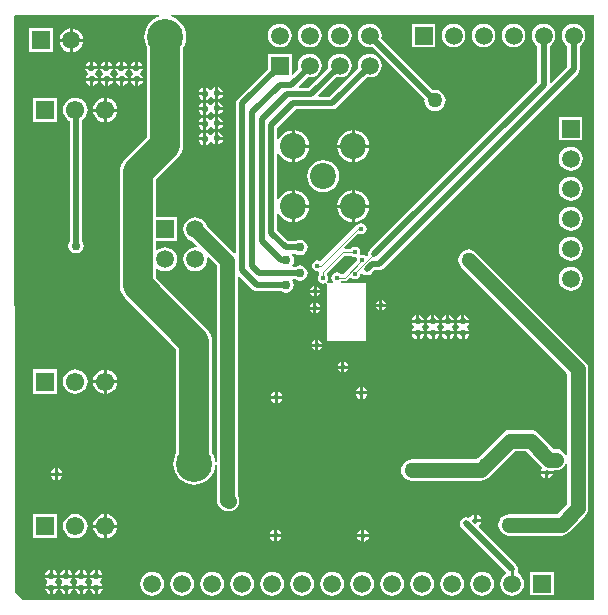
<source format=gbl>
G04*
G04 #@! TF.GenerationSoftware,Altium Limited,Altium Designer,18.0.11 (651)*
G04*
G04 Layer_Physical_Order=2*
G04 Layer_Color=16711680*
%FSLAX25Y25*%
%MOIN*%
G70*
G01*
G75*
%ADD13C,0.01000*%
%ADD50C,0.03000*%
%ADD55C,0.02000*%
%ADD56C,0.00300*%
%ADD57C,0.05000*%
%ADD58C,0.10000*%
%ADD59R,0.05906X0.05906*%
%ADD60C,0.05906*%
%ADD61C,0.08661*%
%ADD62R,0.05906X0.05906*%
%ADD63C,0.06102*%
%ADD64R,0.06102X0.06102*%
%ADD65C,0.02000*%
%ADD66C,0.05000*%
%ADD67C,0.01500*%
%ADD68C,0.02200*%
%ADD69C,0.12000*%
G36*
X196340Y-2600D02*
Y-197730D01*
X5960D01*
X3320Y-195090D01*
X3190Y-2944D01*
X3544Y-2590D01*
X51480D01*
X51555Y-3090D01*
X50758Y-3332D01*
X49542Y-3982D01*
X48476Y-4856D01*
X47602Y-5922D01*
X46951Y-7138D01*
X46551Y-8458D01*
X46416Y-9830D01*
X46551Y-11202D01*
X46951Y-12522D01*
X47421Y-13400D01*
Y-43343D01*
X40047Y-50717D01*
X39297Y-51630D01*
X38740Y-52673D01*
X38397Y-53804D01*
X38281Y-54980D01*
Y-92690D01*
X38397Y-93866D01*
X38740Y-94997D01*
X39297Y-96039D01*
X40047Y-96953D01*
X57081Y-113987D01*
Y-148590D01*
X56612Y-149468D01*
X56211Y-150788D01*
X56076Y-152160D01*
X56211Y-153532D01*
X56612Y-154852D01*
X57262Y-156068D01*
X58136Y-157134D01*
X59202Y-158008D01*
X60418Y-158658D01*
X61738Y-159059D01*
X63110Y-159194D01*
X64482Y-159059D01*
X65802Y-158658D01*
X67018Y-158008D01*
X68084Y-157134D01*
X68958Y-156068D01*
X69608Y-154852D01*
X70009Y-153532D01*
X70090Y-152709D01*
X70590Y-152734D01*
Y-164140D01*
X70710Y-165054D01*
X71063Y-165905D01*
X71624Y-166636D01*
X72054Y-167066D01*
X72785Y-167627D01*
X73636Y-167980D01*
X74550Y-168100D01*
X75464Y-167980D01*
X76315Y-167627D01*
X77046Y-167066D01*
X77607Y-166335D01*
X77960Y-165484D01*
X78080Y-164570D01*
X77960Y-163656D01*
X77650Y-162909D01*
Y-138422D01*
X77720Y-137890D01*
Y-89927D01*
X78182Y-89736D01*
X82568Y-94122D01*
X83230Y-94564D01*
X84010Y-94719D01*
X84261Y-94669D01*
X92252D01*
X92725Y-94985D01*
X93700Y-95179D01*
X94675Y-94985D01*
X95502Y-94432D01*
X96055Y-93605D01*
X96249Y-92630D01*
X96055Y-91654D01*
X95651Y-91049D01*
X95917Y-90549D01*
X96747D01*
X97355Y-90955D01*
X98330Y-91149D01*
X99305Y-90955D01*
X100132Y-90402D01*
X100685Y-89575D01*
X100879Y-88600D01*
X100685Y-87625D01*
X100132Y-86798D01*
X99305Y-86245D01*
X98330Y-86051D01*
X97355Y-86245D01*
X97017Y-86471D01*
X96027D01*
X95777Y-85971D01*
X96195Y-85345D01*
X96389Y-84370D01*
X96195Y-83394D01*
X95697Y-82649D01*
X95848Y-82149D01*
X96912D01*
X97385Y-82465D01*
X98360Y-82659D01*
X99335Y-82465D01*
X100162Y-81912D01*
X100715Y-81085D01*
X100909Y-80110D01*
X100715Y-79135D01*
X100162Y-78308D01*
X99335Y-77755D01*
X98360Y-77561D01*
X97385Y-77755D01*
X96912Y-78071D01*
X94525D01*
X90819Y-74365D01*
Y-68900D01*
X91319Y-68801D01*
X91413Y-69028D01*
X92268Y-70142D01*
X93381Y-70996D01*
X94678Y-71533D01*
X95570Y-71651D01*
Y-66340D01*
Y-61029D01*
X94678Y-61146D01*
X93381Y-61683D01*
X92268Y-62538D01*
X91413Y-63651D01*
X91319Y-63879D01*
X90819Y-63779D01*
Y-48900D01*
X91319Y-48801D01*
X91413Y-49028D01*
X92268Y-50142D01*
X93381Y-50996D01*
X94678Y-51533D01*
X95570Y-51651D01*
Y-46340D01*
Y-41029D01*
X94678Y-41146D01*
X93381Y-41683D01*
X92268Y-42538D01*
X91413Y-43651D01*
X91319Y-43879D01*
X90819Y-43779D01*
Y-40115D01*
X96965Y-33969D01*
X109094D01*
X109874Y-33814D01*
X110536Y-33372D01*
X120600Y-23307D01*
X121575Y-23436D01*
X122607Y-23300D01*
X123568Y-22901D01*
X124394Y-22268D01*
X125028Y-21442D01*
X125426Y-20481D01*
X125562Y-19449D01*
X125426Y-18417D01*
X125028Y-17455D01*
X124394Y-16630D01*
X123568Y-15996D01*
X122607Y-15598D01*
X121575Y-15462D01*
X120543Y-15598D01*
X119581Y-15996D01*
X118756Y-16630D01*
X118122Y-17455D01*
X117724Y-18417D01*
X117588Y-19449D01*
X117716Y-20424D01*
X108249Y-29891D01*
X104670D01*
X104479Y-29429D01*
X110600Y-23307D01*
X111575Y-23436D01*
X112607Y-23300D01*
X113568Y-22901D01*
X114394Y-22268D01*
X115027Y-21442D01*
X115426Y-20481D01*
X115562Y-19449D01*
X115426Y-18417D01*
X115027Y-17455D01*
X114394Y-16630D01*
X113568Y-15996D01*
X112607Y-15598D01*
X111575Y-15462D01*
X110543Y-15598D01*
X109581Y-15996D01*
X108756Y-16630D01*
X108122Y-17455D01*
X107724Y-18417D01*
X107588Y-19449D01*
X107716Y-20424D01*
X101339Y-26801D01*
X98116D01*
X97925Y-26339D01*
X100915Y-23349D01*
X101575Y-23436D01*
X102607Y-23300D01*
X103568Y-22901D01*
X104394Y-22268D01*
X105027Y-21442D01*
X105426Y-20481D01*
X105562Y-19449D01*
X105426Y-18417D01*
X105027Y-17455D01*
X104394Y-16630D01*
X103568Y-15996D01*
X102607Y-15598D01*
X101575Y-15462D01*
X100543Y-15598D01*
X99581Y-15996D01*
X98756Y-16630D01*
X98122Y-17455D01*
X97724Y-18417D01*
X97588Y-19449D01*
X97724Y-20481D01*
X97809Y-20687D01*
X95990Y-22507D01*
X95527Y-22315D01*
Y-15496D01*
X87622D01*
Y-20518D01*
X77608Y-30532D01*
X77166Y-31193D01*
X77011Y-31974D01*
Y-81841D01*
X76511Y-82048D01*
X67264Y-72801D01*
X66943Y-72027D01*
X66309Y-71201D01*
X65483Y-70567D01*
X64522Y-70169D01*
X63490Y-70033D01*
X62458Y-70169D01*
X61497Y-70567D01*
X60671Y-71201D01*
X60037Y-72027D01*
X59639Y-72988D01*
X59503Y-74020D01*
X59639Y-75052D01*
X60037Y-76013D01*
X60671Y-76839D01*
X61497Y-77473D01*
X62271Y-77794D01*
X64085Y-79607D01*
X63851Y-80081D01*
X63490Y-80033D01*
X62458Y-80169D01*
X61497Y-80567D01*
X60671Y-81201D01*
X60037Y-82027D01*
X59639Y-82988D01*
X59503Y-84020D01*
X59639Y-85052D01*
X60037Y-86013D01*
X60671Y-86839D01*
X61497Y-87473D01*
X62458Y-87871D01*
X63490Y-88007D01*
X64522Y-87871D01*
X65483Y-87473D01*
X66309Y-86839D01*
X66943Y-86013D01*
X67341Y-85052D01*
X67477Y-84020D01*
X67429Y-83659D01*
X67903Y-83425D01*
X70660Y-86182D01*
Y-137428D01*
X70590Y-137960D01*
Y-151586D01*
X70090Y-151611D01*
X70009Y-150788D01*
X69608Y-149468D01*
X69139Y-148590D01*
Y-111490D01*
X69023Y-110314D01*
X68680Y-109183D01*
X68123Y-108141D01*
X67373Y-107227D01*
X67373Y-107227D01*
X50339Y-90193D01*
Y-87188D01*
X50839Y-86968D01*
X51497Y-87473D01*
X52458Y-87871D01*
X53490Y-88007D01*
X54522Y-87871D01*
X55483Y-87473D01*
X56309Y-86839D01*
X56943Y-86013D01*
X57341Y-85052D01*
X57477Y-84020D01*
X57341Y-82988D01*
X56943Y-82027D01*
X56309Y-81201D01*
X55483Y-80567D01*
X54522Y-80169D01*
X53490Y-80033D01*
X52458Y-80169D01*
X51497Y-80567D01*
X50839Y-81072D01*
X50339Y-80852D01*
Y-77973D01*
X57443D01*
Y-70067D01*
X50339D01*
Y-57477D01*
X57713Y-50103D01*
X58463Y-49190D01*
X59020Y-48147D01*
X59363Y-47016D01*
X59479Y-45840D01*
Y-13400D01*
X59948Y-12522D01*
X60349Y-11202D01*
X60484Y-9830D01*
X60349Y-8458D01*
X59948Y-7138D01*
X59298Y-5922D01*
X58424Y-4856D01*
X57358Y-3982D01*
X56142Y-3332D01*
X55345Y-3090D01*
X55420Y-2590D01*
X196336D01*
X196340Y-2600D01*
D02*
G37*
%LPC*%
G36*
X22626Y-7103D02*
Y-10524D01*
X26047D01*
X25977Y-9992D01*
X25579Y-9030D01*
X24945Y-8204D01*
X24119Y-7571D01*
X23158Y-7173D01*
X22626Y-7103D01*
D02*
G37*
G36*
X21626D02*
X21094Y-7173D01*
X20133Y-7571D01*
X19307Y-8204D01*
X18673Y-9030D01*
X18275Y-9992D01*
X18205Y-10524D01*
X21626D01*
Y-7103D01*
D02*
G37*
G36*
X143480Y-5496D02*
X135575D01*
Y-13402D01*
X143480D01*
Y-5496D01*
D02*
G37*
G36*
X169528Y-5462D02*
X168496Y-5598D01*
X167534Y-5996D01*
X166708Y-6630D01*
X166075Y-7455D01*
X165676Y-8417D01*
X165541Y-9449D01*
X165676Y-10481D01*
X166075Y-11442D01*
X166708Y-12268D01*
X167534Y-12901D01*
X168496Y-13300D01*
X169528Y-13436D01*
X170559Y-13300D01*
X171521Y-12901D01*
X172347Y-12268D01*
X172980Y-11442D01*
X173379Y-10481D01*
X173514Y-9449D01*
X173379Y-8417D01*
X172980Y-7455D01*
X172347Y-6630D01*
X171521Y-5996D01*
X170559Y-5598D01*
X169528Y-5462D01*
D02*
G37*
G36*
X159528D02*
X158496Y-5598D01*
X157534Y-5996D01*
X156708Y-6630D01*
X156075Y-7455D01*
X155676Y-8417D01*
X155541Y-9449D01*
X155676Y-10481D01*
X156075Y-11442D01*
X156708Y-12268D01*
X157534Y-12901D01*
X158496Y-13300D01*
X159528Y-13436D01*
X160559Y-13300D01*
X161521Y-12901D01*
X162347Y-12268D01*
X162980Y-11442D01*
X163379Y-10481D01*
X163514Y-9449D01*
X163379Y-8417D01*
X162980Y-7455D01*
X162347Y-6630D01*
X161521Y-5996D01*
X160559Y-5598D01*
X159528Y-5462D01*
D02*
G37*
G36*
X149528D02*
X148496Y-5598D01*
X147534Y-5996D01*
X146708Y-6630D01*
X146075Y-7455D01*
X145677Y-8417D01*
X145541Y-9449D01*
X145677Y-10481D01*
X146075Y-11442D01*
X146708Y-12268D01*
X147534Y-12901D01*
X148496Y-13300D01*
X149528Y-13436D01*
X150559Y-13300D01*
X151521Y-12901D01*
X152347Y-12268D01*
X152980Y-11442D01*
X153379Y-10481D01*
X153514Y-9449D01*
X153379Y-8417D01*
X152980Y-7455D01*
X152347Y-6630D01*
X151521Y-5996D01*
X150559Y-5598D01*
X149528Y-5462D01*
D02*
G37*
G36*
X111575D02*
X110543Y-5598D01*
X109581Y-5996D01*
X108756Y-6630D01*
X108122Y-7455D01*
X107724Y-8417D01*
X107588Y-9449D01*
X107724Y-10481D01*
X108122Y-11442D01*
X108756Y-12268D01*
X109581Y-12901D01*
X110543Y-13300D01*
X111575Y-13436D01*
X112607Y-13300D01*
X113568Y-12901D01*
X114394Y-12268D01*
X115027Y-11442D01*
X115426Y-10481D01*
X115562Y-9449D01*
X115426Y-8417D01*
X115027Y-7455D01*
X114394Y-6630D01*
X113568Y-5996D01*
X112607Y-5598D01*
X111575Y-5462D01*
D02*
G37*
G36*
X101575D02*
X100543Y-5598D01*
X99581Y-5996D01*
X98756Y-6630D01*
X98122Y-7455D01*
X97724Y-8417D01*
X97588Y-9449D01*
X97724Y-10481D01*
X98122Y-11442D01*
X98756Y-12268D01*
X99581Y-12901D01*
X100543Y-13300D01*
X101575Y-13436D01*
X102607Y-13300D01*
X103568Y-12901D01*
X104394Y-12268D01*
X105027Y-11442D01*
X105426Y-10481D01*
X105562Y-9449D01*
X105426Y-8417D01*
X105027Y-7455D01*
X104394Y-6630D01*
X103568Y-5996D01*
X102607Y-5598D01*
X101575Y-5462D01*
D02*
G37*
G36*
X91575D02*
X90543Y-5598D01*
X89581Y-5996D01*
X88756Y-6630D01*
X88122Y-7455D01*
X87724Y-8417D01*
X87588Y-9449D01*
X87724Y-10481D01*
X88122Y-11442D01*
X88756Y-12268D01*
X89581Y-12901D01*
X90543Y-13300D01*
X91575Y-13436D01*
X92607Y-13300D01*
X93568Y-12901D01*
X94394Y-12268D01*
X95028Y-11442D01*
X95426Y-10481D01*
X95562Y-9449D01*
X95426Y-8417D01*
X95028Y-7455D01*
X94394Y-6630D01*
X93568Y-5996D01*
X92607Y-5598D01*
X91575Y-5462D01*
D02*
G37*
G36*
X26047Y-11524D02*
X22626D01*
Y-14945D01*
X23158Y-14875D01*
X24119Y-14476D01*
X24945Y-13843D01*
X25579Y-13017D01*
X25977Y-12055D01*
X26047Y-11524D01*
D02*
G37*
G36*
X21626D02*
X18205D01*
X18275Y-12055D01*
X18673Y-13017D01*
X19307Y-13843D01*
X20133Y-14476D01*
X21094Y-14875D01*
X21626Y-14945D01*
Y-11524D01*
D02*
G37*
G36*
X16079Y-7071D02*
X8173D01*
Y-14976D01*
X16079D01*
Y-7071D01*
D02*
G37*
G36*
X44340Y-18118D02*
Y-19660D01*
X45882D01*
X45818Y-19341D01*
X45354Y-18646D01*
X44659Y-18182D01*
X44340Y-18118D01*
D02*
G37*
G36*
X43340D02*
X43021Y-18182D01*
X42326Y-18646D01*
X41862Y-19341D01*
X41798Y-19660D01*
X43340D01*
Y-18118D01*
D02*
G37*
G36*
X39340D02*
Y-19660D01*
X40882D01*
X40818Y-19341D01*
X40354Y-18646D01*
X39659Y-18182D01*
X39340Y-18118D01*
D02*
G37*
G36*
X38340D02*
X38021Y-18182D01*
X37326Y-18646D01*
X36862Y-19341D01*
X36798Y-19660D01*
X38340D01*
Y-18118D01*
D02*
G37*
G36*
X34340D02*
Y-19660D01*
X35882D01*
X35818Y-19341D01*
X35354Y-18646D01*
X34659Y-18182D01*
X34340Y-18118D01*
D02*
G37*
G36*
X33340D02*
X33021Y-18182D01*
X32326Y-18646D01*
X31862Y-19341D01*
X31798Y-19660D01*
X33340D01*
Y-18118D01*
D02*
G37*
G36*
X29340D02*
Y-19660D01*
X30882D01*
X30818Y-19341D01*
X30354Y-18646D01*
X29659Y-18182D01*
X29340Y-18118D01*
D02*
G37*
G36*
X28340D02*
X28021Y-18182D01*
X27326Y-18646D01*
X26862Y-19341D01*
X26798Y-19660D01*
X28340D01*
Y-18118D01*
D02*
G37*
G36*
X45882Y-20660D02*
X41798D01*
X41862Y-20979D01*
X42326Y-21674D01*
X42611Y-21864D01*
Y-22466D01*
X42416Y-22596D01*
X41952Y-23291D01*
X41888Y-23610D01*
X45972D01*
X45908Y-23291D01*
X45444Y-22596D01*
X45159Y-22406D01*
Y-21804D01*
X45354Y-21674D01*
X45818Y-20979D01*
X45882Y-20660D01*
D02*
G37*
G36*
X40882D02*
X36798D01*
X36862Y-20979D01*
X37326Y-21674D01*
X37611Y-21864D01*
Y-22466D01*
X37416Y-22596D01*
X36952Y-23291D01*
X36888Y-23610D01*
X40972D01*
X40908Y-23291D01*
X40444Y-22596D01*
X40159Y-22406D01*
Y-21804D01*
X40354Y-21674D01*
X40818Y-20979D01*
X40882Y-20660D01*
D02*
G37*
G36*
X35882D02*
X31798D01*
X31862Y-20979D01*
X32326Y-21674D01*
X32611Y-21864D01*
Y-22466D01*
X32416Y-22596D01*
X31952Y-23291D01*
X31888Y-23610D01*
X35972D01*
X35908Y-23291D01*
X35444Y-22596D01*
X35159Y-22406D01*
Y-21804D01*
X35354Y-21674D01*
X35818Y-20979D01*
X35882Y-20660D01*
D02*
G37*
G36*
X30882D02*
X26798D01*
X26862Y-20979D01*
X27326Y-21674D01*
X27611Y-21864D01*
Y-22466D01*
X27416Y-22596D01*
X26952Y-23291D01*
X26888Y-23610D01*
X30972D01*
X30908Y-23291D01*
X30444Y-22596D01*
X30159Y-22406D01*
Y-21804D01*
X30354Y-21674D01*
X30818Y-20979D01*
X30882Y-20660D01*
D02*
G37*
G36*
X189528Y-5462D02*
X188496Y-5598D01*
X187534Y-5996D01*
X186708Y-6630D01*
X186075Y-7455D01*
X185677Y-8417D01*
X185541Y-9449D01*
X185677Y-10481D01*
X186075Y-11442D01*
X186708Y-12268D01*
X187488Y-12866D01*
Y-19888D01*
X182029Y-25348D01*
X181567Y-25156D01*
Y-12866D01*
X182347Y-12268D01*
X182980Y-11442D01*
X183379Y-10481D01*
X183514Y-9449D01*
X183379Y-8417D01*
X182980Y-7455D01*
X182347Y-6630D01*
X181521Y-5996D01*
X180559Y-5598D01*
X179528Y-5462D01*
X178496Y-5598D01*
X177534Y-5996D01*
X176708Y-6630D01*
X176075Y-7455D01*
X175677Y-8417D01*
X175541Y-9449D01*
X175677Y-10481D01*
X176075Y-11442D01*
X176708Y-12268D01*
X177488Y-12866D01*
Y-25038D01*
X121809Y-80717D01*
X121628Y-80838D01*
X121186Y-81500D01*
X121031Y-82280D01*
X121104Y-82648D01*
X120707Y-83044D01*
X120342Y-83008D01*
X119763Y-82622D01*
X119080Y-82486D01*
X118690Y-82563D01*
X118607Y-82514D01*
X118305Y-82130D01*
X118404Y-81630D01*
X118269Y-80947D01*
X117882Y-80368D01*
X117303Y-79981D01*
X116620Y-79846D01*
X115937Y-79981D01*
X115358Y-80368D01*
X115299Y-80458D01*
X113334D01*
X113143Y-79996D01*
X117833Y-75305D01*
X118077Y-75468D01*
X118760Y-75604D01*
X119443Y-75468D01*
X120022Y-75082D01*
X120408Y-74503D01*
X120544Y-73820D01*
X120408Y-73137D01*
X120022Y-72558D01*
X119443Y-72171D01*
X118760Y-72036D01*
X118077Y-72171D01*
X117498Y-72558D01*
X117405Y-72698D01*
X117211Y-72737D01*
X116831Y-72991D01*
X105129Y-84693D01*
X104843Y-84501D01*
X104160Y-84366D01*
X103477Y-84501D01*
X102898Y-84888D01*
X102512Y-85467D01*
X102376Y-86150D01*
X102512Y-86833D01*
X102898Y-87412D01*
X103477Y-87799D01*
X104160Y-87934D01*
X104392Y-87888D01*
X104817Y-88310D01*
Y-89059D01*
X104728Y-89118D01*
X104341Y-89697D01*
X104206Y-90380D01*
X104341Y-91063D01*
X104728Y-91642D01*
X105307Y-92028D01*
X105990Y-92164D01*
X106673Y-92028D01*
X106775Y-91961D01*
X107250Y-92244D01*
X107250Y-92394D01*
X107240Y-110802D01*
X107240Y-111090D01*
X107390Y-111240D01*
X107678Y-111240D01*
X120280D01*
Y-92051D01*
X120249Y-92020D01*
X112207D01*
X111972Y-91520D01*
X112135Y-91322D01*
X113200D01*
X113649Y-91233D01*
X114029Y-90979D01*
X114929Y-90080D01*
X115426Y-90129D01*
X115448Y-90162D01*
X116027Y-90548D01*
X116710Y-90684D01*
X117393Y-90548D01*
X117972Y-90162D01*
X118359Y-89583D01*
X118494Y-88900D01*
X118652Y-88762D01*
X119168Y-88672D01*
X119830Y-89114D01*
X120610Y-89269D01*
X120790D01*
X121570Y-89114D01*
X122232Y-88672D01*
X123165Y-87739D01*
X124560D01*
X125340Y-87584D01*
X126002Y-87142D01*
X190970Y-22174D01*
X190970Y-22174D01*
X191411Y-21513D01*
X191567Y-20732D01*
Y-12866D01*
X192347Y-12268D01*
X192980Y-11442D01*
X193379Y-10481D01*
X193514Y-9449D01*
X193379Y-8417D01*
X192980Y-7455D01*
X192347Y-6630D01*
X191521Y-5996D01*
X190559Y-5598D01*
X189528Y-5462D01*
D02*
G37*
G36*
X45972Y-24610D02*
X44430D01*
Y-26152D01*
X44749Y-26088D01*
X45444Y-25624D01*
X45908Y-24929D01*
X45972Y-24610D01*
D02*
G37*
G36*
X43430D02*
X41888D01*
X41952Y-24929D01*
X42416Y-25624D01*
X43111Y-26088D01*
X43430Y-26152D01*
Y-24610D01*
D02*
G37*
G36*
X40972D02*
X39430D01*
Y-26152D01*
X39749Y-26088D01*
X40444Y-25624D01*
X40908Y-24929D01*
X40972Y-24610D01*
D02*
G37*
G36*
X38430D02*
X36888D01*
X36952Y-24929D01*
X37416Y-25624D01*
X38111Y-26088D01*
X38430Y-26152D01*
Y-24610D01*
D02*
G37*
G36*
X35972D02*
X34430D01*
Y-26152D01*
X34749Y-26088D01*
X35444Y-25624D01*
X35908Y-24929D01*
X35972Y-24610D01*
D02*
G37*
G36*
X33430D02*
X31888D01*
X31952Y-24929D01*
X32416Y-25624D01*
X33111Y-26088D01*
X33430Y-26152D01*
Y-24610D01*
D02*
G37*
G36*
X30972D02*
X29430D01*
Y-26152D01*
X29749Y-26088D01*
X30444Y-25624D01*
X30908Y-24929D01*
X30972Y-24610D01*
D02*
G37*
G36*
X28430D02*
X26888D01*
X26952Y-24929D01*
X27416Y-25624D01*
X28111Y-26088D01*
X28430Y-26152D01*
Y-24610D01*
D02*
G37*
G36*
X70090Y-26668D02*
X69771Y-26732D01*
X69076Y-27196D01*
X68886Y-27481D01*
X68284D01*
X68154Y-27286D01*
X67459Y-26822D01*
X67140Y-26758D01*
Y-28800D01*
Y-30842D01*
X67459Y-30778D01*
X68154Y-30314D01*
X68344Y-30029D01*
X68946D01*
X69076Y-30224D01*
X69771Y-30688D01*
X70090Y-30752D01*
Y-28710D01*
Y-26668D01*
D02*
G37*
G36*
X71090D02*
Y-28210D01*
X72632D01*
X72568Y-27891D01*
X72104Y-27196D01*
X71409Y-26732D01*
X71090Y-26668D01*
D02*
G37*
G36*
X66140Y-26758D02*
X65821Y-26822D01*
X65126Y-27286D01*
X64662Y-27981D01*
X64598Y-28300D01*
X66140D01*
Y-26758D01*
D02*
G37*
G36*
X72632Y-29210D02*
X71090D01*
Y-30752D01*
X71409Y-30688D01*
X72104Y-30224D01*
X72568Y-29529D01*
X72632Y-29210D01*
D02*
G37*
G36*
X66140Y-29300D02*
X64598D01*
X64662Y-29619D01*
X65126Y-30314D01*
X65821Y-30778D01*
X66140Y-30842D01*
Y-29300D01*
D02*
G37*
G36*
X70090Y-31668D02*
X69771Y-31732D01*
X69076Y-32196D01*
X68886Y-32481D01*
X68284D01*
X68154Y-32286D01*
X67459Y-31822D01*
X67140Y-31758D01*
Y-33800D01*
Y-35842D01*
X67459Y-35778D01*
X68154Y-35314D01*
X68344Y-35029D01*
X68946D01*
X69076Y-35224D01*
X69771Y-35688D01*
X70090Y-35752D01*
Y-33710D01*
Y-31668D01*
D02*
G37*
G36*
X71090D02*
Y-33210D01*
X72632D01*
X72568Y-32891D01*
X72104Y-32196D01*
X71409Y-31732D01*
X71090Y-31668D01*
D02*
G37*
G36*
X66140Y-31758D02*
X65821Y-31822D01*
X65126Y-32286D01*
X64662Y-32981D01*
X64598Y-33300D01*
X66140D01*
Y-31758D01*
D02*
G37*
G36*
X33965Y-30270D02*
Y-33790D01*
X37485D01*
X37411Y-33232D01*
X37003Y-32247D01*
X36354Y-31401D01*
X35508Y-30751D01*
X34522Y-30343D01*
X33965Y-30270D01*
D02*
G37*
G36*
X32965D02*
X32407Y-30343D01*
X31422Y-30751D01*
X30575Y-31401D01*
X29926Y-32247D01*
X29518Y-33232D01*
X29444Y-33790D01*
X32965D01*
Y-30270D01*
D02*
G37*
G36*
X121575Y-5462D02*
X120543Y-5598D01*
X119581Y-5996D01*
X118756Y-6630D01*
X118122Y-7455D01*
X117724Y-8417D01*
X117588Y-9449D01*
X117724Y-10481D01*
X118122Y-11442D01*
X118756Y-12268D01*
X119581Y-12901D01*
X120543Y-13300D01*
X121575Y-13436D01*
X122549Y-13307D01*
X139867Y-30625D01*
X139810Y-31060D01*
X139930Y-31974D01*
X140283Y-32825D01*
X140844Y-33556D01*
X141575Y-34117D01*
X142426Y-34470D01*
X143340Y-34590D01*
X144254Y-34470D01*
X145105Y-34117D01*
X145836Y-33556D01*
X146397Y-32825D01*
X146750Y-31974D01*
X146870Y-31060D01*
X146750Y-30146D01*
X146397Y-29295D01*
X145836Y-28564D01*
X145105Y-28003D01*
X144254Y-27650D01*
X143340Y-27530D01*
X142633Y-27623D01*
X125433Y-10424D01*
X125562Y-9449D01*
X125426Y-8417D01*
X125028Y-7455D01*
X124394Y-6630D01*
X123568Y-5996D01*
X122607Y-5598D01*
X121575Y-5462D01*
D02*
G37*
G36*
X72632Y-34210D02*
X71090D01*
Y-35752D01*
X71409Y-35688D01*
X72104Y-35224D01*
X72568Y-34529D01*
X72632Y-34210D01*
D02*
G37*
G36*
X66140Y-34300D02*
X64598D01*
X64662Y-34619D01*
X65126Y-35314D01*
X65821Y-35778D01*
X66140Y-35842D01*
Y-34300D01*
D02*
G37*
G36*
X70090Y-36668D02*
X69771Y-36732D01*
X69076Y-37196D01*
X68886Y-37481D01*
X68284D01*
X68154Y-37286D01*
X67459Y-36822D01*
X67140Y-36758D01*
Y-38800D01*
Y-40842D01*
X67459Y-40778D01*
X68154Y-40314D01*
X68344Y-40029D01*
X68946D01*
X69076Y-40224D01*
X69771Y-40688D01*
X70090Y-40752D01*
Y-38710D01*
Y-36668D01*
D02*
G37*
G36*
X71090D02*
Y-38210D01*
X72632D01*
X72568Y-37891D01*
X72104Y-37196D01*
X71409Y-36732D01*
X71090Y-36668D01*
D02*
G37*
G36*
X66140Y-36758D02*
X65821Y-36822D01*
X65126Y-37286D01*
X64662Y-37981D01*
X64598Y-38300D01*
X66140D01*
Y-36758D01*
D02*
G37*
G36*
X37485Y-34790D02*
X33965D01*
Y-38310D01*
X34522Y-38237D01*
X35508Y-37829D01*
X36354Y-37179D01*
X37003Y-36333D01*
X37411Y-35348D01*
X37485Y-34790D01*
D02*
G37*
G36*
X32965D02*
X29444D01*
X29518Y-35348D01*
X29926Y-36333D01*
X30575Y-37179D01*
X31422Y-37829D01*
X32407Y-38237D01*
X32965Y-38310D01*
Y-34790D01*
D02*
G37*
G36*
X17516Y-30239D02*
X9413D01*
Y-38341D01*
X17516D01*
Y-30239D01*
D02*
G37*
G36*
X72632Y-39210D02*
X71090D01*
Y-40752D01*
X71409Y-40688D01*
X72104Y-40224D01*
X72568Y-39529D01*
X72632Y-39210D01*
D02*
G37*
G36*
X66140Y-39300D02*
X64598D01*
X64662Y-39619D01*
X65126Y-40314D01*
X65821Y-40778D01*
X66140Y-40842D01*
Y-39300D01*
D02*
G37*
G36*
X70090Y-41668D02*
X69771Y-41732D01*
X69076Y-42196D01*
X68886Y-42481D01*
X68284D01*
X68154Y-42286D01*
X67459Y-41822D01*
X67140Y-41758D01*
Y-43800D01*
Y-45842D01*
X67459Y-45778D01*
X68154Y-45314D01*
X68344Y-45029D01*
X68946D01*
X69076Y-45224D01*
X69771Y-45688D01*
X70090Y-45752D01*
Y-43710D01*
Y-41668D01*
D02*
G37*
G36*
X71090D02*
Y-43210D01*
X72632D01*
X72568Y-42891D01*
X72104Y-42196D01*
X71409Y-41732D01*
X71090Y-41668D01*
D02*
G37*
G36*
X66140Y-41758D02*
X65821Y-41822D01*
X65126Y-42286D01*
X64662Y-42981D01*
X64598Y-43300D01*
X66140D01*
Y-41758D01*
D02*
G37*
G36*
X192523Y-36520D02*
X184617D01*
Y-44425D01*
X192523D01*
Y-36520D01*
D02*
G37*
G36*
X72632Y-44210D02*
X71090D01*
Y-45752D01*
X71409Y-45688D01*
X72104Y-45224D01*
X72568Y-44529D01*
X72632Y-44210D01*
D02*
G37*
G36*
X116570Y-41029D02*
Y-45840D01*
X121381D01*
X121263Y-44948D01*
X120726Y-43651D01*
X119872Y-42538D01*
X118758Y-41683D01*
X117461Y-41146D01*
X116570Y-41029D01*
D02*
G37*
G36*
X96570D02*
Y-45840D01*
X101381D01*
X101263Y-44948D01*
X100726Y-43651D01*
X99872Y-42538D01*
X98758Y-41683D01*
X97461Y-41146D01*
X96570Y-41029D01*
D02*
G37*
G36*
X115570D02*
X114678Y-41146D01*
X113381Y-41683D01*
X112268Y-42538D01*
X111413Y-43651D01*
X110876Y-44948D01*
X110759Y-45840D01*
X115570D01*
Y-41029D01*
D02*
G37*
G36*
X66140Y-44300D02*
X64598D01*
X64662Y-44619D01*
X65126Y-45314D01*
X65821Y-45778D01*
X66140Y-45842D01*
Y-44300D01*
D02*
G37*
G36*
X121381Y-46840D02*
X116570D01*
Y-51651D01*
X117461Y-51533D01*
X118758Y-50996D01*
X119872Y-50142D01*
X120726Y-49028D01*
X121263Y-47731D01*
X121381Y-46840D01*
D02*
G37*
G36*
X101381D02*
X96570D01*
Y-51651D01*
X97461Y-51533D01*
X98758Y-50996D01*
X99872Y-50142D01*
X100726Y-49028D01*
X101263Y-47731D01*
X101381Y-46840D01*
D02*
G37*
G36*
X115570D02*
X110759D01*
X110876Y-47731D01*
X111413Y-49028D01*
X112268Y-50142D01*
X113381Y-50996D01*
X114678Y-51533D01*
X115570Y-51651D01*
Y-46840D01*
D02*
G37*
G36*
X188570Y-46486D02*
X187538Y-46621D01*
X186577Y-47020D01*
X185751Y-47653D01*
X185117Y-48479D01*
X184719Y-49441D01*
X184583Y-50472D01*
X184719Y-51504D01*
X185117Y-52466D01*
X185751Y-53292D01*
X186577Y-53925D01*
X187538Y-54324D01*
X188570Y-54459D01*
X189602Y-54324D01*
X190563Y-53925D01*
X191389Y-53292D01*
X192023Y-52466D01*
X192421Y-51504D01*
X192557Y-50472D01*
X192421Y-49441D01*
X192023Y-48479D01*
X191389Y-47653D01*
X190563Y-47020D01*
X189602Y-46621D01*
X188570Y-46486D01*
D02*
G37*
G36*
X106070Y-50963D02*
X104678Y-51147D01*
X103382Y-51684D01*
X102268Y-52538D01*
X101414Y-53652D01*
X100876Y-54948D01*
X100693Y-56340D01*
X100876Y-57732D01*
X101414Y-59028D01*
X102268Y-60142D01*
X103382Y-60996D01*
X104678Y-61533D01*
X106070Y-61717D01*
X107462Y-61533D01*
X108758Y-60996D01*
X109872Y-60142D01*
X110726Y-59028D01*
X111264Y-57732D01*
X111447Y-56340D01*
X111264Y-54948D01*
X110726Y-53652D01*
X109872Y-52538D01*
X108758Y-51684D01*
X107462Y-51147D01*
X106070Y-50963D01*
D02*
G37*
G36*
X188570Y-56486D02*
X187538Y-56621D01*
X186577Y-57020D01*
X185751Y-57653D01*
X185117Y-58479D01*
X184719Y-59441D01*
X184583Y-60472D01*
X184719Y-61504D01*
X185117Y-62466D01*
X185751Y-63292D01*
X186577Y-63925D01*
X187538Y-64324D01*
X188570Y-64459D01*
X189602Y-64324D01*
X190563Y-63925D01*
X191389Y-63292D01*
X192023Y-62466D01*
X192421Y-61504D01*
X192557Y-60472D01*
X192421Y-59441D01*
X192023Y-58479D01*
X191389Y-57653D01*
X190563Y-57020D01*
X189602Y-56621D01*
X188570Y-56486D01*
D02*
G37*
G36*
X96570Y-61029D02*
Y-65840D01*
X101381D01*
X101263Y-64948D01*
X100726Y-63651D01*
X99872Y-62538D01*
X98758Y-61683D01*
X97461Y-61146D01*
X96570Y-61029D01*
D02*
G37*
G36*
X116570D02*
Y-65840D01*
X121381D01*
X121263Y-64948D01*
X120726Y-63651D01*
X119872Y-62538D01*
X118758Y-61683D01*
X117461Y-61146D01*
X116570Y-61029D01*
D02*
G37*
G36*
X115570D02*
X114678Y-61146D01*
X113381Y-61683D01*
X112268Y-62538D01*
X111413Y-63651D01*
X110876Y-64948D01*
X110759Y-65840D01*
X115570D01*
Y-61029D01*
D02*
G37*
G36*
X121381Y-66840D02*
X116570D01*
Y-71651D01*
X117461Y-71533D01*
X118758Y-70996D01*
X119872Y-70142D01*
X120726Y-69028D01*
X121263Y-67731D01*
X121381Y-66840D01*
D02*
G37*
G36*
X101381D02*
X96570D01*
Y-71651D01*
X97461Y-71533D01*
X98758Y-70996D01*
X99872Y-70142D01*
X100726Y-69028D01*
X101263Y-67731D01*
X101381Y-66840D01*
D02*
G37*
G36*
X115570D02*
X110759D01*
X110876Y-67731D01*
X111413Y-69028D01*
X112268Y-70142D01*
X113381Y-70996D01*
X114678Y-71533D01*
X115570Y-71651D01*
Y-66840D01*
D02*
G37*
G36*
X188570Y-66486D02*
X187538Y-66621D01*
X186577Y-67020D01*
X185751Y-67653D01*
X185117Y-68479D01*
X184719Y-69441D01*
X184583Y-70472D01*
X184719Y-71504D01*
X185117Y-72466D01*
X185751Y-73292D01*
X186577Y-73925D01*
X187538Y-74323D01*
X188570Y-74459D01*
X189602Y-74323D01*
X190563Y-73925D01*
X191389Y-73292D01*
X192023Y-72466D01*
X192421Y-71504D01*
X192557Y-70472D01*
X192421Y-69441D01*
X192023Y-68479D01*
X191389Y-67653D01*
X190563Y-67020D01*
X189602Y-66621D01*
X188570Y-66486D01*
D02*
G37*
G36*
X23465Y-30204D02*
X22407Y-30343D01*
X21421Y-30751D01*
X20575Y-31401D01*
X19926Y-32247D01*
X19518Y-33232D01*
X19378Y-34290D01*
X19518Y-35348D01*
X19926Y-36333D01*
X20575Y-37179D01*
X21421Y-37829D01*
X21701Y-37944D01*
Y-78042D01*
X21385Y-78514D01*
X21191Y-79490D01*
X21385Y-80465D01*
X21938Y-81292D01*
X22764Y-81845D01*
X23740Y-82039D01*
X24715Y-81845D01*
X25542Y-81292D01*
X26095Y-80465D01*
X26289Y-79490D01*
X26095Y-78514D01*
X25779Y-78042D01*
Y-37620D01*
X26354Y-37179D01*
X27003Y-36333D01*
X27411Y-35348D01*
X27551Y-34290D01*
X27411Y-33232D01*
X27003Y-32247D01*
X26354Y-31401D01*
X25508Y-30751D01*
X24522Y-30343D01*
X23465Y-30204D01*
D02*
G37*
G36*
X188570Y-76486D02*
X187538Y-76621D01*
X186577Y-77020D01*
X185751Y-77653D01*
X185117Y-78479D01*
X184719Y-79441D01*
X184583Y-80472D01*
X184719Y-81504D01*
X185117Y-82466D01*
X185751Y-83292D01*
X186577Y-83925D01*
X187538Y-84324D01*
X188570Y-84459D01*
X189602Y-84324D01*
X190563Y-83925D01*
X191389Y-83292D01*
X192023Y-82466D01*
X192421Y-81504D01*
X192557Y-80472D01*
X192421Y-79441D01*
X192023Y-78479D01*
X191389Y-77653D01*
X190563Y-77020D01*
X189602Y-76621D01*
X188570Y-76486D01*
D02*
G37*
G36*
X103980Y-93035D02*
Y-94220D01*
X105165D01*
X105129Y-94037D01*
X104742Y-93458D01*
X104163Y-93072D01*
X103980Y-93035D01*
D02*
G37*
G36*
X102980D02*
X102797Y-93072D01*
X102218Y-93458D01*
X101831Y-94037D01*
X101795Y-94220D01*
X102980D01*
Y-93035D01*
D02*
G37*
G36*
X188570Y-86486D02*
X187538Y-86621D01*
X186577Y-87020D01*
X185751Y-87653D01*
X185117Y-88479D01*
X184719Y-89441D01*
X184583Y-90472D01*
X184719Y-91504D01*
X185117Y-92466D01*
X185751Y-93292D01*
X186577Y-93925D01*
X187538Y-94323D01*
X188570Y-94459D01*
X189602Y-94323D01*
X190563Y-93925D01*
X191389Y-93292D01*
X192023Y-92466D01*
X192421Y-91504D01*
X192557Y-90472D01*
X192421Y-89441D01*
X192023Y-88479D01*
X191389Y-87653D01*
X190563Y-87020D01*
X189602Y-86621D01*
X188570Y-86486D01*
D02*
G37*
G36*
X105165Y-95220D02*
X103980D01*
Y-96405D01*
X104163Y-96368D01*
X104742Y-95982D01*
X105129Y-95403D01*
X105165Y-95220D01*
D02*
G37*
G36*
X102980D02*
X101795D01*
X101831Y-95403D01*
X102218Y-95982D01*
X102797Y-96368D01*
X102980Y-96405D01*
Y-95220D01*
D02*
G37*
G36*
X125750Y-97725D02*
Y-98910D01*
X126935D01*
X126899Y-98727D01*
X126512Y-98148D01*
X125933Y-97761D01*
X125750Y-97725D01*
D02*
G37*
G36*
X124750D02*
X124567Y-97761D01*
X123988Y-98148D01*
X123601Y-98727D01*
X123565Y-98910D01*
X124750D01*
Y-97725D01*
D02*
G37*
G36*
X103800Y-98605D02*
Y-99790D01*
X104985D01*
X104948Y-99607D01*
X104562Y-99028D01*
X103983Y-98642D01*
X103800Y-98605D01*
D02*
G37*
G36*
X102800D02*
X102617Y-98642D01*
X102038Y-99028D01*
X101652Y-99607D01*
X101615Y-99790D01*
X102800D01*
Y-98605D01*
D02*
G37*
G36*
X126935Y-99910D02*
X125750D01*
Y-101095D01*
X125933Y-101058D01*
X126512Y-100672D01*
X126899Y-100093D01*
X126935Y-99910D01*
D02*
G37*
G36*
X124750D02*
X123565D01*
X123601Y-100093D01*
X123988Y-100672D01*
X124567Y-101058D01*
X124750Y-101095D01*
Y-99910D01*
D02*
G37*
G36*
X104985Y-100790D02*
X103800D01*
Y-101975D01*
X103983Y-101938D01*
X104562Y-101552D01*
X104948Y-100973D01*
X104985Y-100790D01*
D02*
G37*
G36*
X102800D02*
X101615D01*
X101652Y-100973D01*
X102038Y-101552D01*
X102617Y-101938D01*
X102800Y-101975D01*
Y-100790D01*
D02*
G37*
G36*
X153110Y-102618D02*
Y-104160D01*
X154652D01*
X154588Y-103841D01*
X154124Y-103146D01*
X153429Y-102682D01*
X153110Y-102618D01*
D02*
G37*
G36*
X152110D02*
X151791Y-102682D01*
X151096Y-103146D01*
X150632Y-103841D01*
X150568Y-104160D01*
X152110D01*
Y-102618D01*
D02*
G37*
G36*
X148110D02*
Y-104160D01*
X149652D01*
X149588Y-103841D01*
X149124Y-103146D01*
X148429Y-102682D01*
X148110Y-102618D01*
D02*
G37*
G36*
X147110D02*
X146791Y-102682D01*
X146096Y-103146D01*
X145632Y-103841D01*
X145568Y-104160D01*
X147110D01*
Y-102618D01*
D02*
G37*
G36*
X143110D02*
Y-104160D01*
X144652D01*
X144588Y-103841D01*
X144124Y-103146D01*
X143429Y-102682D01*
X143110Y-102618D01*
D02*
G37*
G36*
X142110D02*
X141791Y-102682D01*
X141096Y-103146D01*
X140632Y-103841D01*
X140568Y-104160D01*
X142110D01*
Y-102618D01*
D02*
G37*
G36*
X138110D02*
Y-104160D01*
X139652D01*
X139588Y-103841D01*
X139124Y-103146D01*
X138429Y-102682D01*
X138110Y-102618D01*
D02*
G37*
G36*
X137110D02*
X136791Y-102682D01*
X136096Y-103146D01*
X135632Y-103841D01*
X135568Y-104160D01*
X137110D01*
Y-102618D01*
D02*
G37*
G36*
X154652Y-105160D02*
X150568D01*
X150632Y-105479D01*
X151096Y-106174D01*
X151381Y-106364D01*
Y-106966D01*
X151186Y-107096D01*
X150722Y-107791D01*
X150658Y-108110D01*
X154742D01*
X154678Y-107791D01*
X154214Y-107096D01*
X153929Y-106906D01*
Y-106304D01*
X154124Y-106174D01*
X154588Y-105479D01*
X154652Y-105160D01*
D02*
G37*
G36*
X149652D02*
X145568D01*
X145632Y-105479D01*
X146096Y-106174D01*
X146381Y-106364D01*
Y-106966D01*
X146186Y-107096D01*
X145722Y-107791D01*
X145658Y-108110D01*
X149742D01*
X149678Y-107791D01*
X149214Y-107096D01*
X148929Y-106906D01*
Y-106304D01*
X149124Y-106174D01*
X149588Y-105479D01*
X149652Y-105160D01*
D02*
G37*
G36*
X144652D02*
X140568D01*
X140632Y-105479D01*
X141096Y-106174D01*
X141381Y-106364D01*
Y-106966D01*
X141186Y-107096D01*
X140722Y-107791D01*
X140658Y-108110D01*
X144742D01*
X144678Y-107791D01*
X144214Y-107096D01*
X143929Y-106906D01*
Y-106304D01*
X144124Y-106174D01*
X144588Y-105479D01*
X144652Y-105160D01*
D02*
G37*
G36*
X139652D02*
X135568D01*
X135632Y-105479D01*
X136096Y-106174D01*
X136381Y-106364D01*
Y-106966D01*
X136186Y-107096D01*
X135722Y-107791D01*
X135658Y-108110D01*
X139742D01*
X139678Y-107791D01*
X139214Y-107096D01*
X138929Y-106906D01*
Y-106304D01*
X139124Y-106174D01*
X139588Y-105479D01*
X139652Y-105160D01*
D02*
G37*
G36*
X154742Y-109110D02*
X153200D01*
Y-110652D01*
X153519Y-110588D01*
X154214Y-110124D01*
X154678Y-109429D01*
X154742Y-109110D01*
D02*
G37*
G36*
X152200D02*
X150658D01*
X150722Y-109429D01*
X151186Y-110124D01*
X151881Y-110588D01*
X152200Y-110652D01*
Y-109110D01*
D02*
G37*
G36*
X149742D02*
X148200D01*
Y-110652D01*
X148519Y-110588D01*
X149214Y-110124D01*
X149678Y-109429D01*
X149742Y-109110D01*
D02*
G37*
G36*
X147200D02*
X145658D01*
X145722Y-109429D01*
X146186Y-110124D01*
X146881Y-110588D01*
X147200Y-110652D01*
Y-109110D01*
D02*
G37*
G36*
X144742D02*
X143200D01*
Y-110652D01*
X143519Y-110588D01*
X144214Y-110124D01*
X144678Y-109429D01*
X144742Y-109110D01*
D02*
G37*
G36*
X142200D02*
X140658D01*
X140722Y-109429D01*
X141186Y-110124D01*
X141881Y-110588D01*
X142200Y-110652D01*
Y-109110D01*
D02*
G37*
G36*
X139742D02*
X138200D01*
Y-110652D01*
X138519Y-110588D01*
X139214Y-110124D01*
X139678Y-109429D01*
X139742Y-109110D01*
D02*
G37*
G36*
X137200D02*
X135658D01*
X135722Y-109429D01*
X136186Y-110124D01*
X136881Y-110588D01*
X137200Y-110652D01*
Y-109110D01*
D02*
G37*
G36*
X104420Y-111005D02*
Y-112190D01*
X105605D01*
X105569Y-112007D01*
X105182Y-111428D01*
X104603Y-111041D01*
X104420Y-111005D01*
D02*
G37*
G36*
X103420D02*
X103237Y-111041D01*
X102658Y-111428D01*
X102271Y-112007D01*
X102235Y-112190D01*
X103420D01*
Y-111005D01*
D02*
G37*
G36*
X105605Y-113190D02*
X104420D01*
Y-114375D01*
X104603Y-114339D01*
X105182Y-113952D01*
X105569Y-113373D01*
X105605Y-113190D01*
D02*
G37*
G36*
X103420D02*
X102235D01*
X102271Y-113373D01*
X102658Y-113952D01*
X103237Y-114339D01*
X103420Y-114375D01*
Y-113190D01*
D02*
G37*
G36*
X113130Y-118295D02*
Y-119480D01*
X114315D01*
X114278Y-119297D01*
X113892Y-118718D01*
X113313Y-118332D01*
X113130Y-118295D01*
D02*
G37*
G36*
X112130D02*
X111947Y-118332D01*
X111368Y-118718D01*
X110982Y-119297D01*
X110945Y-119480D01*
X112130D01*
Y-118295D01*
D02*
G37*
G36*
X114315Y-120480D02*
X113130D01*
Y-121665D01*
X113313Y-121628D01*
X113892Y-121242D01*
X114278Y-120663D01*
X114315Y-120480D01*
D02*
G37*
G36*
X112130D02*
X110945D01*
X110982Y-120663D01*
X111368Y-121242D01*
X111947Y-121628D01*
X112130Y-121665D01*
Y-120480D01*
D02*
G37*
G36*
X33965Y-120783D02*
Y-124303D01*
X37485D01*
X37411Y-123746D01*
X37003Y-122760D01*
X36354Y-121914D01*
X35508Y-121265D01*
X34522Y-120856D01*
X33965Y-120783D01*
D02*
G37*
G36*
X32965D02*
X32407Y-120856D01*
X31422Y-121265D01*
X30575Y-121914D01*
X29926Y-122760D01*
X29518Y-123746D01*
X29444Y-124303D01*
X32965D01*
Y-120783D01*
D02*
G37*
G36*
X119350Y-126650D02*
Y-128090D01*
X120790D01*
X120734Y-127810D01*
X120292Y-127148D01*
X119630Y-126706D01*
X119350Y-126650D01*
D02*
G37*
G36*
X118350D02*
X118070Y-126706D01*
X117408Y-127148D01*
X116966Y-127810D01*
X116910Y-128090D01*
X118350D01*
Y-126650D01*
D02*
G37*
G36*
X37485Y-125303D02*
X33965D01*
Y-128823D01*
X34522Y-128750D01*
X35508Y-128342D01*
X36354Y-127692D01*
X37003Y-126846D01*
X37411Y-125861D01*
X37485Y-125303D01*
D02*
G37*
G36*
X32965D02*
X29444D01*
X29518Y-125861D01*
X29926Y-126846D01*
X30575Y-127692D01*
X31422Y-128342D01*
X32407Y-128750D01*
X32965Y-128823D01*
Y-125303D01*
D02*
G37*
G36*
X17516Y-120752D02*
X9413D01*
Y-128854D01*
X17516D01*
Y-120752D01*
D02*
G37*
G36*
X23465Y-120717D02*
X22407Y-120856D01*
X21421Y-121265D01*
X20575Y-121914D01*
X19926Y-122760D01*
X19518Y-123746D01*
X19378Y-124803D01*
X19518Y-125861D01*
X19926Y-126846D01*
X20575Y-127692D01*
X21421Y-128342D01*
X22407Y-128750D01*
X23465Y-128889D01*
X24522Y-128750D01*
X25508Y-128342D01*
X26354Y-127692D01*
X27003Y-126846D01*
X27411Y-125861D01*
X27551Y-124803D01*
X27411Y-123746D01*
X27003Y-122760D01*
X26354Y-121914D01*
X25508Y-121265D01*
X24522Y-120856D01*
X23465Y-120717D01*
D02*
G37*
G36*
X91020Y-128100D02*
Y-129540D01*
X92460D01*
X92404Y-129260D01*
X91962Y-128598D01*
X91300Y-128156D01*
X91020Y-128100D01*
D02*
G37*
G36*
X90020D02*
X89740Y-128156D01*
X89078Y-128598D01*
X88636Y-129260D01*
X88580Y-129540D01*
X90020D01*
Y-128100D01*
D02*
G37*
G36*
X120790Y-129090D02*
X119350D01*
Y-130530D01*
X119630Y-130474D01*
X120292Y-130032D01*
X120734Y-129370D01*
X120790Y-129090D01*
D02*
G37*
G36*
X118350D02*
X116910D01*
X116966Y-129370D01*
X117408Y-130032D01*
X118070Y-130474D01*
X118350Y-130530D01*
Y-129090D01*
D02*
G37*
G36*
X92460Y-130540D02*
X91020D01*
Y-131980D01*
X91300Y-131924D01*
X91962Y-131482D01*
X92404Y-130820D01*
X92460Y-130540D01*
D02*
G37*
G36*
X90020D02*
X88580D01*
X88636Y-130820D01*
X89078Y-131482D01*
X89740Y-131924D01*
X90020Y-131980D01*
Y-130540D01*
D02*
G37*
G36*
X154610Y-80750D02*
X153696Y-80870D01*
X152845Y-81223D01*
X152114Y-81784D01*
X151553Y-82515D01*
X151200Y-83366D01*
X151080Y-84280D01*
X151200Y-85194D01*
X151553Y-86045D01*
X152114Y-86776D01*
X187460Y-122122D01*
Y-149477D01*
X186960Y-149576D01*
X186727Y-149015D01*
X186166Y-148284D01*
X185435Y-147723D01*
X184584Y-147370D01*
X183670Y-147250D01*
X182952D01*
X177696Y-141994D01*
X176965Y-141433D01*
X176114Y-141080D01*
X175200Y-140960D01*
X168410D01*
X167496Y-141080D01*
X166645Y-141433D01*
X165914Y-141994D01*
X157784Y-150124D01*
X157148Y-150760D01*
X135600D01*
X134686Y-150880D01*
X133835Y-151233D01*
X133104Y-151794D01*
X132543Y-152525D01*
X132190Y-153376D01*
X132070Y-154290D01*
X132190Y-155204D01*
X132543Y-156055D01*
X133104Y-156786D01*
X133835Y-157347D01*
X134686Y-157700D01*
X135600Y-157820D01*
X158610D01*
X159524Y-157700D01*
X160375Y-157347D01*
X161106Y-156786D01*
X162776Y-155116D01*
X169872Y-148020D01*
X173738D01*
X178958Y-153240D01*
X179158Y-153708D01*
X178716Y-154370D01*
X178660Y-154650D01*
X182703D01*
X182982Y-154310D01*
X183670D01*
X184584Y-154190D01*
X185435Y-153837D01*
X186166Y-153276D01*
X186727Y-152545D01*
X186960Y-151984D01*
X187460Y-152083D01*
Y-165528D01*
X183918Y-169070D01*
X167990D01*
X167076Y-169190D01*
X166225Y-169543D01*
X165494Y-170104D01*
X164933Y-170835D01*
X164580Y-171686D01*
X164460Y-172600D01*
X164580Y-173514D01*
X164933Y-174365D01*
X165494Y-175096D01*
X166225Y-175657D01*
X167076Y-176010D01*
X167990Y-176130D01*
X185380D01*
X186294Y-176010D01*
X187145Y-175657D01*
X187876Y-175096D01*
X193486Y-169486D01*
X194047Y-168755D01*
X194400Y-167904D01*
X194520Y-166990D01*
X194520Y-166990D01*
Y-120660D01*
X194400Y-119746D01*
X194047Y-118895D01*
X193486Y-118164D01*
X157106Y-81784D01*
X156375Y-81223D01*
X155524Y-80870D01*
X154610Y-80750D01*
D02*
G37*
G36*
X17700Y-153720D02*
Y-155160D01*
X19140D01*
X19084Y-154880D01*
X18642Y-154218D01*
X17980Y-153776D01*
X17700Y-153720D01*
D02*
G37*
G36*
X16700D02*
X16420Y-153776D01*
X15758Y-154218D01*
X15316Y-154880D01*
X15260Y-155160D01*
X16700D01*
Y-153720D01*
D02*
G37*
G36*
X182540Y-155650D02*
X181100D01*
Y-157090D01*
X181380Y-157034D01*
X182042Y-156592D01*
X182484Y-155930D01*
X182540Y-155650D01*
D02*
G37*
G36*
X180100D02*
X178660D01*
X178716Y-155930D01*
X179158Y-156592D01*
X179820Y-157034D01*
X180100Y-157090D01*
Y-155650D01*
D02*
G37*
G36*
X19140Y-156160D02*
X17700D01*
Y-157600D01*
X17980Y-157544D01*
X18642Y-157102D01*
X19084Y-156440D01*
X19140Y-156160D01*
D02*
G37*
G36*
X16700D02*
X15260D01*
X15316Y-156440D01*
X15758Y-157102D01*
X16420Y-157544D01*
X16700Y-157600D01*
Y-156160D01*
D02*
G37*
G36*
X156340Y-169210D02*
X156060Y-169266D01*
X155398Y-169708D01*
X155175Y-170042D01*
X154520Y-170206D01*
X153740Y-170051D01*
X152960Y-170206D01*
X152298Y-170648D01*
X151856Y-171310D01*
X151701Y-172090D01*
X151856Y-172871D01*
X152298Y-173532D01*
X166982Y-188216D01*
X166875Y-188816D01*
X166236Y-189307D01*
X165602Y-190132D01*
X165204Y-191094D01*
X165068Y-192126D01*
X165204Y-193158D01*
X165602Y-194119D01*
X166236Y-194945D01*
X167062Y-195579D01*
X168023Y-195977D01*
X169055Y-196113D01*
X170087Y-195977D01*
X171049Y-195579D01*
X171874Y-194945D01*
X172508Y-194119D01*
X172906Y-193158D01*
X173042Y-192126D01*
X172906Y-191094D01*
X172508Y-190132D01*
X171874Y-189307D01*
X171049Y-188673D01*
X170913Y-188225D01*
X170939Y-188186D01*
X171094Y-187405D01*
X170939Y-186625D01*
X170497Y-185963D01*
X157949Y-173416D01*
X158013Y-172772D01*
X158282Y-172592D01*
X158724Y-171930D01*
X158780Y-171650D01*
X156840D01*
Y-171150D01*
X156340D01*
Y-169210D01*
D02*
G37*
G36*
X157340D02*
Y-170650D01*
X158780D01*
X158724Y-170370D01*
X158282Y-169708D01*
X157620Y-169266D01*
X157340Y-169210D01*
D02*
G37*
G36*
X33965Y-168980D02*
Y-172500D01*
X37485D01*
X37411Y-171942D01*
X37003Y-170957D01*
X36354Y-170111D01*
X35508Y-169461D01*
X34522Y-169053D01*
X33965Y-168980D01*
D02*
G37*
G36*
X32965D02*
X32407Y-169053D01*
X31422Y-169461D01*
X30575Y-170111D01*
X29926Y-170957D01*
X29518Y-171942D01*
X29444Y-172500D01*
X32965D01*
Y-168980D01*
D02*
G37*
G36*
X90700Y-174170D02*
Y-175610D01*
X92140D01*
X92084Y-175330D01*
X91642Y-174668D01*
X90980Y-174226D01*
X90700Y-174170D01*
D02*
G37*
G36*
X89700D02*
X89420Y-174226D01*
X88758Y-174668D01*
X88316Y-175330D01*
X88260Y-175610D01*
X89700D01*
Y-174170D01*
D02*
G37*
G36*
X119840Y-174250D02*
Y-175690D01*
X121280D01*
X121224Y-175410D01*
X120782Y-174748D01*
X120120Y-174306D01*
X119840Y-174250D01*
D02*
G37*
G36*
X118840D02*
X118560Y-174306D01*
X117898Y-174748D01*
X117456Y-175410D01*
X117400Y-175690D01*
X118840D01*
Y-174250D01*
D02*
G37*
G36*
X37485Y-173500D02*
X33965D01*
Y-177020D01*
X34522Y-176947D01*
X35508Y-176539D01*
X36354Y-175889D01*
X37003Y-175043D01*
X37411Y-174058D01*
X37485Y-173500D01*
D02*
G37*
G36*
X32965D02*
X29444D01*
X29518Y-174058D01*
X29926Y-175043D01*
X30575Y-175889D01*
X31422Y-176539D01*
X32407Y-176947D01*
X32965Y-177020D01*
Y-173500D01*
D02*
G37*
G36*
X17516Y-168949D02*
X9413D01*
Y-177051D01*
X17516D01*
Y-168949D01*
D02*
G37*
G36*
X23465Y-168914D02*
X22407Y-169053D01*
X21421Y-169461D01*
X20575Y-170111D01*
X19926Y-170957D01*
X19518Y-171942D01*
X19378Y-173000D01*
X19518Y-174058D01*
X19926Y-175043D01*
X20575Y-175889D01*
X21421Y-176539D01*
X22407Y-176947D01*
X23465Y-177086D01*
X24522Y-176947D01*
X25508Y-176539D01*
X26354Y-175889D01*
X27003Y-175043D01*
X27411Y-174058D01*
X27551Y-173000D01*
X27411Y-171942D01*
X27003Y-170957D01*
X26354Y-170111D01*
X25508Y-169461D01*
X24522Y-169053D01*
X23465Y-168914D01*
D02*
G37*
G36*
X92140Y-176610D02*
X90700D01*
Y-178050D01*
X90980Y-177994D01*
X91642Y-177552D01*
X92084Y-176890D01*
X92140Y-176610D01*
D02*
G37*
G36*
X89700D02*
X88260D01*
X88316Y-176890D01*
X88758Y-177552D01*
X89420Y-177994D01*
X89700Y-178050D01*
Y-176610D01*
D02*
G37*
G36*
X121280Y-176690D02*
X119840D01*
Y-178130D01*
X120120Y-178074D01*
X120782Y-177632D01*
X121224Y-176970D01*
X121280Y-176690D01*
D02*
G37*
G36*
X118840D02*
X117400D01*
X117456Y-176970D01*
X117898Y-177632D01*
X118560Y-178074D01*
X118840Y-178130D01*
Y-176690D01*
D02*
G37*
G36*
X30920Y-187578D02*
Y-189120D01*
X32462D01*
X32398Y-188801D01*
X31934Y-188106D01*
X31239Y-187642D01*
X30920Y-187578D01*
D02*
G37*
G36*
X29920D02*
X29601Y-187642D01*
X28906Y-188106D01*
X28442Y-188801D01*
X28378Y-189120D01*
X29920D01*
Y-187578D01*
D02*
G37*
G36*
X25920D02*
Y-189120D01*
X27462D01*
X27398Y-188801D01*
X26934Y-188106D01*
X26239Y-187642D01*
X25920Y-187578D01*
D02*
G37*
G36*
X24920D02*
X24601Y-187642D01*
X23906Y-188106D01*
X23442Y-188801D01*
X23378Y-189120D01*
X24920D01*
Y-187578D01*
D02*
G37*
G36*
X20920D02*
Y-189120D01*
X22462D01*
X22398Y-188801D01*
X21934Y-188106D01*
X21239Y-187642D01*
X20920Y-187578D01*
D02*
G37*
G36*
X19920D02*
X19601Y-187642D01*
X18906Y-188106D01*
X18442Y-188801D01*
X18378Y-189120D01*
X19920D01*
Y-187578D01*
D02*
G37*
G36*
X15920D02*
Y-189120D01*
X17462D01*
X17398Y-188801D01*
X16934Y-188106D01*
X16239Y-187642D01*
X15920Y-187578D01*
D02*
G37*
G36*
X14920D02*
X14601Y-187642D01*
X13906Y-188106D01*
X13442Y-188801D01*
X13378Y-189120D01*
X14920D01*
Y-187578D01*
D02*
G37*
G36*
X32462Y-190120D02*
X28378D01*
X28442Y-190439D01*
X28906Y-191134D01*
X29191Y-191324D01*
Y-191926D01*
X28996Y-192056D01*
X28532Y-192751D01*
X28468Y-193070D01*
X32552D01*
X32488Y-192751D01*
X32024Y-192056D01*
X31739Y-191866D01*
Y-191264D01*
X31934Y-191134D01*
X32398Y-190439D01*
X32462Y-190120D01*
D02*
G37*
G36*
X27462D02*
X23378D01*
X23442Y-190439D01*
X23906Y-191134D01*
X24191Y-191324D01*
Y-191926D01*
X23996Y-192056D01*
X23532Y-192751D01*
X23468Y-193070D01*
X27552D01*
X27488Y-192751D01*
X27024Y-192056D01*
X26739Y-191866D01*
Y-191264D01*
X26934Y-191134D01*
X27398Y-190439D01*
X27462Y-190120D01*
D02*
G37*
G36*
X22462D02*
X18378D01*
X18442Y-190439D01*
X18906Y-191134D01*
X19191Y-191324D01*
Y-191926D01*
X18996Y-192056D01*
X18532Y-192751D01*
X18468Y-193070D01*
X22552D01*
X22488Y-192751D01*
X22024Y-192056D01*
X21739Y-191866D01*
Y-191264D01*
X21934Y-191134D01*
X22398Y-190439D01*
X22462Y-190120D01*
D02*
G37*
G36*
X17462D02*
X13378D01*
X13442Y-190439D01*
X13906Y-191134D01*
X14191Y-191324D01*
Y-191926D01*
X13996Y-192056D01*
X13532Y-192751D01*
X13468Y-193070D01*
X17552D01*
X17488Y-192751D01*
X17024Y-192056D01*
X16739Y-191866D01*
Y-191264D01*
X16934Y-191134D01*
X17398Y-190439D01*
X17462Y-190120D01*
D02*
G37*
G36*
X32552Y-194070D02*
X31010D01*
Y-195612D01*
X31329Y-195548D01*
X32024Y-195084D01*
X32488Y-194389D01*
X32552Y-194070D01*
D02*
G37*
G36*
X30010D02*
X28468D01*
X28532Y-194389D01*
X28996Y-195084D01*
X29691Y-195548D01*
X30010Y-195612D01*
Y-194070D01*
D02*
G37*
G36*
X27552D02*
X26010D01*
Y-195612D01*
X26329Y-195548D01*
X27024Y-195084D01*
X27488Y-194389D01*
X27552Y-194070D01*
D02*
G37*
G36*
X25010D02*
X23468D01*
X23532Y-194389D01*
X23996Y-195084D01*
X24691Y-195548D01*
X25010Y-195612D01*
Y-194070D01*
D02*
G37*
G36*
X22552D02*
X21010D01*
Y-195612D01*
X21329Y-195548D01*
X22024Y-195084D01*
X22488Y-194389D01*
X22552Y-194070D01*
D02*
G37*
G36*
X20010D02*
X18468D01*
X18532Y-194389D01*
X18996Y-195084D01*
X19691Y-195548D01*
X20010Y-195612D01*
Y-194070D01*
D02*
G37*
G36*
X17552D02*
X16010D01*
Y-195612D01*
X16329Y-195548D01*
X17024Y-195084D01*
X17488Y-194389D01*
X17552Y-194070D01*
D02*
G37*
G36*
X15010D02*
X13468D01*
X13532Y-194389D01*
X13996Y-195084D01*
X14691Y-195548D01*
X15010Y-195612D01*
Y-194070D01*
D02*
G37*
G36*
X183008Y-188173D02*
X175102D01*
Y-196079D01*
X183008D01*
Y-188173D01*
D02*
G37*
G36*
X159055Y-188139D02*
X158023Y-188275D01*
X157062Y-188673D01*
X156236Y-189307D01*
X155602Y-190132D01*
X155204Y-191094D01*
X155068Y-192126D01*
X155204Y-193158D01*
X155602Y-194119D01*
X156236Y-194945D01*
X157062Y-195579D01*
X158023Y-195977D01*
X159055Y-196113D01*
X160087Y-195977D01*
X161049Y-195579D01*
X161874Y-194945D01*
X162508Y-194119D01*
X162906Y-193158D01*
X163042Y-192126D01*
X162906Y-191094D01*
X162508Y-190132D01*
X161874Y-189307D01*
X161049Y-188673D01*
X160087Y-188275D01*
X159055Y-188139D01*
D02*
G37*
G36*
X149055D02*
X148023Y-188275D01*
X147062Y-188673D01*
X146236Y-189307D01*
X145602Y-190132D01*
X145204Y-191094D01*
X145068Y-192126D01*
X145204Y-193158D01*
X145602Y-194119D01*
X146236Y-194945D01*
X147062Y-195579D01*
X148023Y-195977D01*
X149055Y-196113D01*
X150087Y-195977D01*
X151049Y-195579D01*
X151874Y-194945D01*
X152508Y-194119D01*
X152906Y-193158D01*
X153042Y-192126D01*
X152906Y-191094D01*
X152508Y-190132D01*
X151874Y-189307D01*
X151049Y-188673D01*
X150087Y-188275D01*
X149055Y-188139D01*
D02*
G37*
G36*
X139055D02*
X138023Y-188275D01*
X137062Y-188673D01*
X136236Y-189307D01*
X135602Y-190132D01*
X135204Y-191094D01*
X135068Y-192126D01*
X135204Y-193158D01*
X135602Y-194119D01*
X136236Y-194945D01*
X137062Y-195579D01*
X138023Y-195977D01*
X139055Y-196113D01*
X140087Y-195977D01*
X141049Y-195579D01*
X141874Y-194945D01*
X142508Y-194119D01*
X142906Y-193158D01*
X143042Y-192126D01*
X142906Y-191094D01*
X142508Y-190132D01*
X141874Y-189307D01*
X141049Y-188673D01*
X140087Y-188275D01*
X139055Y-188139D01*
D02*
G37*
G36*
X129055D02*
X128023Y-188275D01*
X127062Y-188673D01*
X126236Y-189307D01*
X125602Y-190132D01*
X125204Y-191094D01*
X125068Y-192126D01*
X125204Y-193158D01*
X125602Y-194119D01*
X126236Y-194945D01*
X127062Y-195579D01*
X128023Y-195977D01*
X129055Y-196113D01*
X130087Y-195977D01*
X131049Y-195579D01*
X131874Y-194945D01*
X132508Y-194119D01*
X132906Y-193158D01*
X133042Y-192126D01*
X132906Y-191094D01*
X132508Y-190132D01*
X131874Y-189307D01*
X131049Y-188673D01*
X130087Y-188275D01*
X129055Y-188139D01*
D02*
G37*
G36*
X119055D02*
X118023Y-188275D01*
X117062Y-188673D01*
X116236Y-189307D01*
X115602Y-190132D01*
X115204Y-191094D01*
X115068Y-192126D01*
X115204Y-193158D01*
X115602Y-194119D01*
X116236Y-194945D01*
X117062Y-195579D01*
X118023Y-195977D01*
X119055Y-196113D01*
X120087Y-195977D01*
X121049Y-195579D01*
X121874Y-194945D01*
X122508Y-194119D01*
X122906Y-193158D01*
X123042Y-192126D01*
X122906Y-191094D01*
X122508Y-190132D01*
X121874Y-189307D01*
X121049Y-188673D01*
X120087Y-188275D01*
X119055Y-188139D01*
D02*
G37*
G36*
X109055D02*
X108023Y-188275D01*
X107062Y-188673D01*
X106236Y-189307D01*
X105602Y-190132D01*
X105204Y-191094D01*
X105068Y-192126D01*
X105204Y-193158D01*
X105602Y-194119D01*
X106236Y-194945D01*
X107062Y-195579D01*
X108023Y-195977D01*
X109055Y-196113D01*
X110087Y-195977D01*
X111049Y-195579D01*
X111874Y-194945D01*
X112508Y-194119D01*
X112906Y-193158D01*
X113042Y-192126D01*
X112906Y-191094D01*
X112508Y-190132D01*
X111874Y-189307D01*
X111049Y-188673D01*
X110087Y-188275D01*
X109055Y-188139D01*
D02*
G37*
G36*
X99055D02*
X98023Y-188275D01*
X97062Y-188673D01*
X96236Y-189307D01*
X95602Y-190132D01*
X95204Y-191094D01*
X95068Y-192126D01*
X95204Y-193158D01*
X95602Y-194119D01*
X96236Y-194945D01*
X97062Y-195579D01*
X98023Y-195977D01*
X99055Y-196113D01*
X100087Y-195977D01*
X101049Y-195579D01*
X101874Y-194945D01*
X102508Y-194119D01*
X102906Y-193158D01*
X103042Y-192126D01*
X102906Y-191094D01*
X102508Y-190132D01*
X101874Y-189307D01*
X101049Y-188673D01*
X100087Y-188275D01*
X99055Y-188139D01*
D02*
G37*
G36*
X89055D02*
X88023Y-188275D01*
X87062Y-188673D01*
X86236Y-189307D01*
X85602Y-190132D01*
X85204Y-191094D01*
X85068Y-192126D01*
X85204Y-193158D01*
X85602Y-194119D01*
X86236Y-194945D01*
X87062Y-195579D01*
X88023Y-195977D01*
X89055Y-196113D01*
X90087Y-195977D01*
X91049Y-195579D01*
X91874Y-194945D01*
X92508Y-194119D01*
X92906Y-193158D01*
X93042Y-192126D01*
X92906Y-191094D01*
X92508Y-190132D01*
X91874Y-189307D01*
X91049Y-188673D01*
X90087Y-188275D01*
X89055Y-188139D01*
D02*
G37*
G36*
X79055D02*
X78023Y-188275D01*
X77062Y-188673D01*
X76236Y-189307D01*
X75602Y-190132D01*
X75204Y-191094D01*
X75068Y-192126D01*
X75204Y-193158D01*
X75602Y-194119D01*
X76236Y-194945D01*
X77062Y-195579D01*
X78023Y-195977D01*
X79055Y-196113D01*
X80087Y-195977D01*
X81049Y-195579D01*
X81874Y-194945D01*
X82508Y-194119D01*
X82906Y-193158D01*
X83042Y-192126D01*
X82906Y-191094D01*
X82508Y-190132D01*
X81874Y-189307D01*
X81049Y-188673D01*
X80087Y-188275D01*
X79055Y-188139D01*
D02*
G37*
G36*
X69055D02*
X68023Y-188275D01*
X67062Y-188673D01*
X66236Y-189307D01*
X65602Y-190132D01*
X65204Y-191094D01*
X65068Y-192126D01*
X65204Y-193158D01*
X65602Y-194119D01*
X66236Y-194945D01*
X67062Y-195579D01*
X68023Y-195977D01*
X69055Y-196113D01*
X70087Y-195977D01*
X71049Y-195579D01*
X71874Y-194945D01*
X72508Y-194119D01*
X72906Y-193158D01*
X73042Y-192126D01*
X72906Y-191094D01*
X72508Y-190132D01*
X71874Y-189307D01*
X71049Y-188673D01*
X70087Y-188275D01*
X69055Y-188139D01*
D02*
G37*
G36*
X59055D02*
X58023Y-188275D01*
X57062Y-188673D01*
X56236Y-189307D01*
X55602Y-190132D01*
X55204Y-191094D01*
X55068Y-192126D01*
X55204Y-193158D01*
X55602Y-194119D01*
X56236Y-194945D01*
X57062Y-195579D01*
X58023Y-195977D01*
X59055Y-196113D01*
X60087Y-195977D01*
X61049Y-195579D01*
X61874Y-194945D01*
X62508Y-194119D01*
X62906Y-193158D01*
X63042Y-192126D01*
X62906Y-191094D01*
X62508Y-190132D01*
X61874Y-189307D01*
X61049Y-188673D01*
X60087Y-188275D01*
X59055Y-188139D01*
D02*
G37*
G36*
X49055D02*
X48023Y-188275D01*
X47062Y-188673D01*
X46236Y-189307D01*
X45602Y-190132D01*
X45204Y-191094D01*
X45068Y-192126D01*
X45204Y-193158D01*
X45602Y-194119D01*
X46236Y-194945D01*
X47062Y-195579D01*
X48023Y-195977D01*
X49055Y-196113D01*
X50087Y-195977D01*
X51049Y-195579D01*
X51874Y-194945D01*
X52508Y-194119D01*
X52906Y-193158D01*
X53042Y-192126D01*
X52906Y-191094D01*
X52508Y-190132D01*
X51874Y-189307D01*
X51049Y-188673D01*
X50087Y-188275D01*
X49055Y-188139D01*
D02*
G37*
%LPD*%
G36*
X115358Y-82892D02*
X115937Y-83279D01*
X116620Y-83414D01*
X117010Y-83337D01*
X117093Y-83386D01*
X117395Y-83770D01*
X117296Y-84270D01*
X117317Y-84375D01*
X112714Y-88977D01*
X111921D01*
X111862Y-88888D01*
X111283Y-88502D01*
X110600Y-88366D01*
X109917Y-88502D01*
X109338Y-88888D01*
X108951Y-89467D01*
X108816Y-90150D01*
X108951Y-90833D01*
X109338Y-91412D01*
X109500Y-91520D01*
X109349Y-92020D01*
X107659D01*
X107554Y-92020D01*
X107485Y-91933D01*
X107423Y-91765D01*
X107333Y-91520D01*
X107639Y-91063D01*
X107774Y-90380D01*
X107639Y-89697D01*
X107252Y-89118D01*
X107336Y-88622D01*
X113156Y-82802D01*
X115299D01*
X115358Y-82892D01*
D02*
G37*
D13*
X169055Y-192126D02*
Y-187405D01*
D50*
X93700Y-92630D02*
D03*
X93840Y-84370D02*
D03*
X98360Y-80110D02*
D03*
X98330Y-88600D02*
D03*
X23740Y-79490D02*
D03*
D55*
X120610Y-87230D02*
X120790D01*
X122320Y-85700D01*
X23740Y-79490D02*
Y-34565D01*
X23465Y-34290D02*
X23740Y-34565D01*
X84080Y-92630D02*
X93700D01*
X84070Y-92620D02*
X84080Y-92630D01*
X84010Y-92680D02*
X84070Y-92620D01*
X79050Y-87720D02*
X84010Y-92680D01*
X92060Y-84370D02*
X93840D01*
X85630Y-77940D02*
X92060Y-84370D01*
X189528Y-20732D02*
Y-9449D01*
X124560Y-85700D02*
X189528Y-20732D01*
X122320Y-85700D02*
X124560D01*
X123130Y-82280D02*
X179528Y-25882D01*
X123070Y-82280D02*
X123130D01*
X179528Y-25882D02*
Y-9449D01*
X109094Y-31930D02*
X121575Y-19449D01*
X96120Y-31930D02*
X109094D01*
X88780Y-39270D02*
X96120Y-31930D01*
X88780Y-75210D02*
Y-39270D01*
Y-75210D02*
X93680Y-80110D01*
X98360D01*
X102184Y-28840D02*
X111575Y-19449D01*
X93870Y-28840D02*
X102184D01*
X93870Y-28900D02*
Y-28840D01*
X85630Y-37140D02*
X93870Y-28900D01*
X85630Y-77940D02*
Y-37140D01*
X101575Y-19805D02*
Y-19449D01*
X95400Y-25980D02*
X101575Y-19805D01*
X91550Y-25980D02*
X95400D01*
X82420Y-35110D02*
X91550Y-25980D01*
X82420Y-86220D02*
Y-35110D01*
X84710Y-88510D02*
X98240D01*
X82420Y-86220D02*
X84710Y-88510D01*
X79050Y-31974D02*
X91575Y-19449D01*
X79050Y-87720D02*
Y-31974D01*
X98240Y-88510D02*
X98330Y-88600D01*
X143186Y-31060D02*
X143340D01*
X121575Y-9449D02*
X143186Y-31060D01*
X153740Y-172090D02*
X169055Y-187405D01*
D56*
X113200Y-90150D02*
X119080Y-84270D01*
X110600Y-90150D02*
X113200D01*
X105990Y-88310D02*
X112670Y-81630D01*
X105990Y-90380D02*
Y-88310D01*
X104160Y-86150D02*
X105330D01*
X117660Y-73820D01*
X116710Y-88700D02*
X123070Y-82340D01*
X116710Y-88900D02*
Y-88700D01*
X123070Y-82340D02*
Y-82280D01*
X117660Y-73820D02*
X118760D01*
X112670Y-81630D02*
X116620D01*
D57*
X167990Y-172600D02*
X185380D01*
X185530Y-172450D01*
X175200Y-144490D02*
X181490Y-150780D01*
X183670D01*
X168410Y-144490D02*
X175200D01*
X160280Y-152620D02*
X168410Y-144490D01*
X154610Y-84280D02*
X190990Y-120660D01*
Y-166990D02*
Y-120660D01*
X185530Y-172450D02*
X190990Y-166990D01*
X74120Y-164140D02*
X74550Y-164570D01*
X74120Y-164140D02*
Y-137960D01*
X158610Y-154290D02*
X160280Y-152620D01*
X135600Y-154290D02*
X158610D01*
X74120Y-137960D02*
X74190Y-137890D01*
Y-84720D01*
X63490Y-74020D02*
X74190Y-84720D01*
D58*
X53450Y-45840D02*
Y-9830D01*
X44310Y-54980D02*
X53450Y-45840D01*
X44310Y-92690D02*
Y-54980D01*
X63110Y-152160D02*
Y-111490D01*
X44310Y-92690D02*
X63110Y-111490D01*
D59*
X179055Y-192126D02*
D03*
X139528Y-9449D02*
D03*
X91575Y-19449D02*
D03*
X12126Y-11024D02*
D03*
D60*
X169055Y-192126D02*
D03*
X159055D02*
D03*
X149055D02*
D03*
X139055D02*
D03*
X129055D02*
D03*
X119055D02*
D03*
X109055D02*
D03*
X99055D02*
D03*
X89055D02*
D03*
X79055D02*
D03*
X69055D02*
D03*
X59055D02*
D03*
X49055D02*
D03*
X189528Y-9449D02*
D03*
X179528D02*
D03*
X169528D02*
D03*
X159528D02*
D03*
X149528D02*
D03*
X91575D02*
D03*
X101575Y-19449D02*
D03*
Y-9449D02*
D03*
X111575Y-19449D02*
D03*
Y-9449D02*
D03*
X121575Y-19449D02*
D03*
Y-9449D02*
D03*
X63490Y-84020D02*
D03*
X53490D02*
D03*
X63490Y-74020D02*
D03*
X188570Y-50472D02*
D03*
Y-60472D02*
D03*
Y-70472D02*
D03*
Y-80472D02*
D03*
Y-90472D02*
D03*
X22126Y-11024D02*
D03*
D61*
X96070Y-46340D02*
D03*
X116070D02*
D03*
Y-66340D02*
D03*
X96070D02*
D03*
X106070Y-56340D02*
D03*
D62*
X53490Y-74020D02*
D03*
X188570Y-40472D02*
D03*
D63*
X33465Y-124803D02*
D03*
X23465D02*
D03*
X33465Y-173000D02*
D03*
X23465D02*
D03*
X33465Y-34290D02*
D03*
X23465D02*
D03*
D64*
X13465Y-124803D02*
D03*
Y-173000D02*
D03*
Y-34290D02*
D03*
D65*
X119340Y-176190D02*
D03*
X180600Y-155150D02*
D03*
X118850Y-128590D02*
D03*
X17200Y-155660D02*
D03*
X90520Y-130040D02*
D03*
X90200Y-176110D02*
D03*
X156840Y-171150D02*
D03*
X153740Y-172090D02*
D03*
D66*
X167990Y-172600D02*
D03*
X183670Y-150780D02*
D03*
X143340Y-31060D02*
D03*
X154610Y-84280D02*
D03*
X185530Y-172450D02*
D03*
X74550Y-164570D02*
D03*
X135600Y-154290D02*
D03*
X160280Y-152620D02*
D03*
D67*
X110600Y-90150D02*
D03*
X105990Y-90380D02*
D03*
X104160Y-86150D02*
D03*
X116710Y-88900D02*
D03*
X119080Y-84270D02*
D03*
X120610Y-87230D02*
D03*
X103480Y-94720D02*
D03*
X103920Y-112690D02*
D03*
X103300Y-100290D02*
D03*
X125250Y-99410D02*
D03*
X112630Y-119980D02*
D03*
X118760Y-73820D02*
D03*
X116620Y-81630D02*
D03*
D68*
X30420Y-189620D02*
D03*
X25420D02*
D03*
X20420D02*
D03*
X15420D02*
D03*
X15510Y-193570D02*
D03*
X20510D02*
D03*
X25510D02*
D03*
X30510D02*
D03*
X66640Y-28800D02*
D03*
Y-33800D02*
D03*
Y-38800D02*
D03*
Y-43800D02*
D03*
X70590Y-43710D02*
D03*
Y-38710D02*
D03*
Y-33710D02*
D03*
Y-28710D02*
D03*
X43840Y-20160D02*
D03*
X38840D02*
D03*
X33840D02*
D03*
X28840D02*
D03*
X28930Y-24110D02*
D03*
X33930D02*
D03*
X38930D02*
D03*
X43930D02*
D03*
X152700Y-108610D02*
D03*
X147700D02*
D03*
X142700D02*
D03*
X137700D02*
D03*
X137610Y-104660D02*
D03*
X142610D02*
D03*
X147610D02*
D03*
X152610D02*
D03*
D69*
X53450Y-9830D02*
D03*
X63110Y-152160D02*
D03*
M02*

</source>
